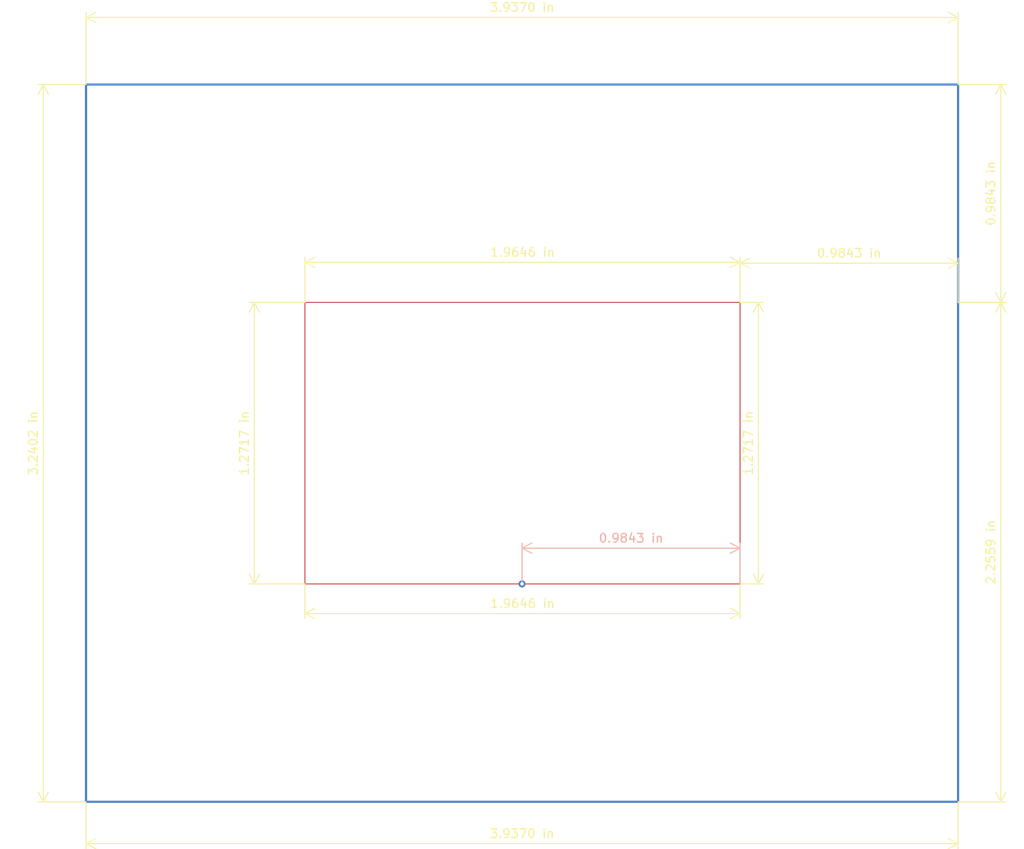
<source format=kicad_pcb>
(kicad_pcb (version 20171130) (host pcbnew "(5.1.2)-2")

  (general
    (thickness 1.6)
    (drawings 11)
    (tracks 9)
    (zones 0)
    (modules 0)
    (nets 1)
  )

  (page A4)
  (layers
    (0 F.Cu signal)
    (31 B.Cu signal)
    (32 B.Adhes user)
    (33 F.Adhes user)
    (34 B.Paste user)
    (35 F.Paste user)
    (36 B.SilkS user)
    (37 F.SilkS user)
    (38 B.Mask user)
    (39 F.Mask user)
    (40 Dwgs.User user)
    (41 Cmts.User user)
    (42 Eco1.User user)
    (43 Eco2.User user)
    (44 Edge.Cuts user)
    (45 Margin user)
    (46 B.CrtYd user)
    (47 F.CrtYd user)
    (48 B.Fab user)
    (49 F.Fab user)
  )

  (setup
    (last_trace_width 0.25)
    (trace_clearance 0.2)
    (zone_clearance 0.508)
    (zone_45_only no)
    (trace_min 0.2)
    (via_size 0.8)
    (via_drill 0.4)
    (via_min_size 0.4)
    (via_min_drill 0.3)
    (uvia_size 0.3)
    (uvia_drill 0.1)
    (uvias_allowed no)
    (uvia_min_size 0.2)
    (uvia_min_drill 0.1)
    (edge_width 0.05)
    (segment_width 0.2)
    (pcb_text_width 0.3)
    (pcb_text_size 1.5 1.5)
    (mod_edge_width 0.12)
    (mod_text_size 1 1)
    (mod_text_width 0.15)
    (pad_size 1.524 1.524)
    (pad_drill 0.762)
    (pad_to_mask_clearance 0.051)
    (solder_mask_min_width 0.25)
    (aux_axis_origin 0 0)
    (visible_elements FFFFFF7F)
    (pcbplotparams
      (layerselection 0x010fc_ffffffff)
      (usegerberextensions false)
      (usegerberattributes false)
      (usegerberadvancedattributes false)
      (creategerberjobfile false)
      (excludeedgelayer true)
      (linewidth 0.100000)
      (plotframeref false)
      (viasonmask false)
      (mode 1)
      (useauxorigin false)
      (hpglpennumber 1)
      (hpglpenspeed 20)
      (hpglpendiameter 15.000000)
      (psnegative false)
      (psa4output false)
      (plotreference true)
      (plotvalue true)
      (plotinvisibletext false)
      (padsonsilk false)
      (subtractmaskfromsilk false)
      (outputformat 1)
      (mirror false)
      (drillshape 1)
      (scaleselection 1)
      (outputdirectory ""))
  )

  (net 0 "")

  (net_class Default "This is the default net class."
    (clearance 0.2)
    (trace_width 0.25)
    (via_dia 0.8)
    (via_drill 0.4)
    (uvia_dia 0.3)
    (uvia_drill 0.1)
  )

  (dimension 25 (width 0.12) (layer B.SilkS)
    (gr_text "25.000 mm" (at 132.1 101.23) (layer B.SilkS)
      (effects (font (size 1 1) (thickness 0.15)))
    )
    (feature1 (pts (xy 119.6 106.6) (xy 119.6 101.913579)))
    (feature2 (pts (xy 144.6 106.6) (xy 144.6 101.913579)))
    (crossbar (pts (xy 144.6 102.5) (xy 119.6 102.5)))
    (arrow1a (pts (xy 119.6 102.5) (xy 120.726504 101.913579)))
    (arrow1b (pts (xy 119.6 102.5) (xy 120.726504 103.086421)))
    (arrow2a (pts (xy 144.6 102.5) (xy 143.473496 101.913579)))
    (arrow2b (pts (xy 144.6 102.5) (xy 143.473496 103.086421)))
  )
  (dimension 82.3 (width 0.12) (layer F.SilkS)
    (gr_text "82.300 mm" (at 63.43 90.45 90) (layer F.SilkS)
      (effects (font (size 1 1) (thickness 0.15)))
    )
    (feature1 (pts (xy 69.6 49.3) (xy 64.113579 49.3)))
    (feature2 (pts (xy 69.6 131.6) (xy 64.113579 131.6)))
    (crossbar (pts (xy 64.7 131.6) (xy 64.7 49.3)))
    (arrow1a (pts (xy 64.7 49.3) (xy 65.286421 50.426504)))
    (arrow1b (pts (xy 64.7 49.3) (xy 64.113579 50.426504)))
    (arrow2a (pts (xy 64.7 131.6) (xy 65.286421 130.473496)))
    (arrow2b (pts (xy 64.7 131.6) (xy 64.113579 130.473496)))
  )
  (dimension 100 (width 0.12) (layer F.SilkS)
    (gr_text "100.000 mm" (at 119.6 137.67) (layer F.SilkS)
      (effects (font (size 1 1) (thickness 0.15)))
    )
    (feature1 (pts (xy 69.6 131.6) (xy 69.6 136.986421)))
    (feature2 (pts (xy 169.6 131.6) (xy 169.6 136.986421)))
    (crossbar (pts (xy 169.6 136.4) (xy 69.6 136.4)))
    (arrow1a (pts (xy 69.6 136.4) (xy 70.726504 135.813579)))
    (arrow1b (pts (xy 69.6 136.4) (xy 70.726504 136.986421)))
    (arrow2a (pts (xy 169.6 136.4) (xy 168.473496 135.813579)))
    (arrow2b (pts (xy 169.6 136.4) (xy 168.473496 136.986421)))
  )
  (dimension 100 (width 0.12) (layer F.SilkS)
    (gr_text "100.000 mm" (at 119.6 40.33) (layer F.SilkS)
      (effects (font (size 1 1) (thickness 0.15)))
    )
    (feature1 (pts (xy 69.6 49.3) (xy 69.6 41.013579)))
    (feature2 (pts (xy 169.6 49.3) (xy 169.6 41.013579)))
    (crossbar (pts (xy 169.6 41.6) (xy 69.6 41.6)))
    (arrow1a (pts (xy 69.6 41.6) (xy 70.726504 41.013579)))
    (arrow1b (pts (xy 69.6 41.6) (xy 70.726504 42.186421)))
    (arrow2a (pts (xy 169.6 41.6) (xy 168.473496 41.013579)))
    (arrow2b (pts (xy 169.6 41.6) (xy 168.473496 42.186421)))
  )
  (dimension 25 (width 0.12) (layer F.SilkS)
    (gr_text "25.000 mm" (at 175.77 61.8 90) (layer F.SilkS)
      (effects (font (size 1 1) (thickness 0.15)))
    )
    (feature1 (pts (xy 169.6 49.3) (xy 175.086421 49.3)))
    (feature2 (pts (xy 169.6 74.3) (xy 175.086421 74.3)))
    (crossbar (pts (xy 174.5 74.3) (xy 174.5 49.3)))
    (arrow1a (pts (xy 174.5 49.3) (xy 175.086421 50.426504)))
    (arrow1b (pts (xy 174.5 49.3) (xy 173.913579 50.426504)))
    (arrow2a (pts (xy 174.5 74.3) (xy 175.086421 73.173496)))
    (arrow2b (pts (xy 174.5 74.3) (xy 173.913579 73.173496)))
  )
  (dimension 57.3 (width 0.12) (layer F.SilkS)
    (gr_text "57.300 mm" (at 175.77 102.95 270) (layer F.SilkS)
      (effects (font (size 1 1) (thickness 0.15)))
    )
    (feature1 (pts (xy 169.6 131.6) (xy 175.086421 131.6)))
    (feature2 (pts (xy 169.6 74.3) (xy 175.086421 74.3)))
    (crossbar (pts (xy 174.5 74.3) (xy 174.5 131.6)))
    (arrow1a (pts (xy 174.5 131.6) (xy 173.913579 130.473496)))
    (arrow1b (pts (xy 174.5 131.6) (xy 175.086421 130.473496)))
    (arrow2a (pts (xy 174.5 74.3) (xy 173.913579 75.426504)))
    (arrow2b (pts (xy 174.5 74.3) (xy 175.086421 75.426504)))
  )
  (dimension 25 (width 0.12) (layer F.SilkS)
    (gr_text "25.000 mm" (at 157.1 68.53) (layer F.SilkS)
      (effects (font (size 1 1) (thickness 0.15)))
    )
    (feature1 (pts (xy 169.6 74.3) (xy 169.6 69.213579)))
    (feature2 (pts (xy 144.6 74.3) (xy 144.6 69.213579)))
    (crossbar (pts (xy 144.6 69.8) (xy 169.6 69.8)))
    (arrow1a (pts (xy 169.6 69.8) (xy 168.473496 70.386421)))
    (arrow1b (pts (xy 169.6 69.8) (xy 168.473496 69.213579)))
    (arrow2a (pts (xy 144.6 69.8) (xy 145.726504 70.386421)))
    (arrow2b (pts (xy 144.6 69.8) (xy 145.726504 69.213579)))
  )
  (dimension 49.9 (width 0.12) (layer F.SilkS)
    (gr_text "49.900 mm" (at 119.65 111.269999) (layer F.SilkS)
      (effects (font (size 1 1) (thickness 0.15)))
    )
    (feature1 (pts (xy 144.6 106.6) (xy 144.6 110.58642)))
    (feature2 (pts (xy 94.7 106.6) (xy 94.7 110.58642)))
    (crossbar (pts (xy 94.7 109.999999) (xy 144.6 109.999999)))
    (arrow1a (pts (xy 144.6 109.999999) (xy 143.473496 110.58642)))
    (arrow1b (pts (xy 144.6 109.999999) (xy 143.473496 109.413578)))
    (arrow2a (pts (xy 94.7 109.999999) (xy 95.826504 110.58642)))
    (arrow2b (pts (xy 94.7 109.999999) (xy 95.826504 109.413578)))
  )
  (dimension 32.3 (width 0.12) (layer F.SilkS)
    (gr_text "32.300 mm" (at 87.63 90.45 270) (layer F.SilkS)
      (effects (font (size 1 1) (thickness 0.15)))
    )
    (feature1 (pts (xy 94.7 106.6) (xy 88.313579 106.6)))
    (feature2 (pts (xy 94.7 74.3) (xy 88.313579 74.3)))
    (crossbar (pts (xy 88.9 74.3) (xy 88.9 106.6)))
    (arrow1a (pts (xy 88.9 106.6) (xy 88.313579 105.473496)))
    (arrow1b (pts (xy 88.9 106.6) (xy 89.486421 105.473496)))
    (arrow2a (pts (xy 88.9 74.3) (xy 88.313579 75.426504)))
    (arrow2b (pts (xy 88.9 74.3) (xy 89.486421 75.426504)))
  )
  (dimension 49.9 (width 0.12) (layer F.SilkS)
    (gr_text "49.900 mm" (at 119.65 68.43) (layer F.SilkS)
      (effects (font (size 1 1) (thickness 0.15)))
    )
    (feature1 (pts (xy 94.7 74.3) (xy 94.7 69.113579)))
    (feature2 (pts (xy 144.6 74.3) (xy 144.6 69.113579)))
    (crossbar (pts (xy 144.6 69.7) (xy 94.7 69.7)))
    (arrow1a (pts (xy 94.7 69.7) (xy 95.826504 69.113579)))
    (arrow1b (pts (xy 94.7 69.7) (xy 95.826504 70.286421)))
    (arrow2a (pts (xy 144.6 69.7) (xy 143.473496 69.113579)))
    (arrow2b (pts (xy 144.6 69.7) (xy 143.473496 70.286421)))
  )
  (dimension 32.3 (width 0.12) (layer F.SilkS)
    (gr_text "32.300 mm" (at 147.97 90.45 270) (layer F.SilkS)
      (effects (font (size 1 1) (thickness 0.15)))
    )
    (feature1 (pts (xy 144.6 106.6) (xy 147.286421 106.6)))
    (feature2 (pts (xy 144.6 74.3) (xy 147.286421 74.3)))
    (crossbar (pts (xy 146.7 74.3) (xy 146.7 106.6)))
    (arrow1a (pts (xy 146.7 106.6) (xy 146.113579 105.473496)))
    (arrow1b (pts (xy 146.7 106.6) (xy 147.286421 105.473496)))
    (arrow2a (pts (xy 146.7 74.3) (xy 146.113579 75.426504)))
    (arrow2b (pts (xy 146.7 74.3) (xy 147.286421 75.426504)))
  )

  (segment (start 94.7 106.6) (end 94.7 74.3) (width 0.1) (layer F.Cu) (net 0))
  (segment (start 94.7 74.3) (end 144.6 74.3) (width 0.1) (layer F.Cu) (net 0))
  (segment (start 144.6 74.3) (end 144.6 106.6) (width 0.1) (layer F.Cu) (net 0))
  (segment (start 144.6 106.6) (end 94.7 106.6) (width 0.1) (layer F.Cu) (net 0))
  (segment (start 169.6 49.3) (end 169.6 131.6) (width 0.25) (layer B.Cu) (net 0))
  (segment (start 169.6 131.6) (end 69.6 131.6) (width 0.25) (layer B.Cu) (net 0))
  (segment (start 69.6 131.6) (end 69.6 49.3) (width 0.25) (layer B.Cu) (net 0))
  (segment (start 69.6 49.3) (end 169.6 49.3) (width 0.25) (layer B.Cu) (net 0))
  (via (at 119.6 106.6) (size 0.8) (drill 0.4) (layers F.Cu B.Cu) (net 0))

)

</source>
